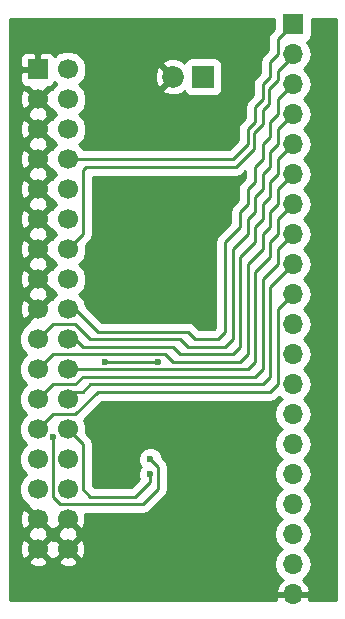
<source format=gbr>
G04 #@! TF.FileFunction,Copper,L2,Bot,Signal*
%FSLAX46Y46*%
G04 Gerber Fmt 4.6, Leading zero omitted, Abs format (unit mm)*
G04 Created by KiCad (PCBNEW 4.0.7) date 05/03/18 17:21:10*
%MOMM*%
%LPD*%
G01*
G04 APERTURE LIST*
%ADD10C,0.100000*%
%ADD11R,1.700000X1.700000*%
%ADD12O,1.700000X1.700000*%
%ADD13C,1.700000*%
%ADD14R,1.850000X1.850000*%
%ADD15C,1.850000*%
%ADD16C,0.600000*%
%ADD17C,0.500000*%
%ADD18C,0.250000*%
%ADD19C,0.254000*%
G04 APERTURE END LIST*
D10*
D11*
X124460000Y-79375000D03*
D12*
X124460000Y-81915000D03*
X124460000Y-84455000D03*
X124460000Y-86995000D03*
X124460000Y-89535000D03*
X124460000Y-92075000D03*
X124460000Y-94615000D03*
X124460000Y-97155000D03*
X124460000Y-99695000D03*
X124460000Y-102235000D03*
X124460000Y-104775000D03*
X124460000Y-107315000D03*
X124460000Y-109855000D03*
X124460000Y-112395000D03*
X124460000Y-114935000D03*
X124460000Y-117475000D03*
X124460000Y-120015000D03*
X124460000Y-122555000D03*
X124460000Y-125095000D03*
X124460000Y-127635000D03*
D11*
X102870000Y-83185000D03*
D13*
X105410000Y-83185000D03*
X102870000Y-85725000D03*
X105410000Y-85725000D03*
X102870000Y-88265000D03*
X105410000Y-88265000D03*
X102870000Y-90805000D03*
X105410000Y-90805000D03*
X102870000Y-93345000D03*
X105410000Y-93345000D03*
X102870000Y-95885000D03*
X105410000Y-95885000D03*
X102870000Y-98425000D03*
X105410000Y-98425000D03*
X102870000Y-100965000D03*
X105410000Y-100965000D03*
X102870000Y-103505000D03*
X105410000Y-103505000D03*
X102870000Y-106045000D03*
X105410000Y-106045000D03*
X102870000Y-108585000D03*
X105410000Y-108585000D03*
X102870000Y-111125000D03*
X105410000Y-111125000D03*
X102870000Y-113665000D03*
X105410000Y-113665000D03*
X102870000Y-116205000D03*
X105410000Y-116205000D03*
X102870000Y-118745000D03*
X105410000Y-118745000D03*
X102870000Y-121285000D03*
X105410000Y-121285000D03*
X102870000Y-123825000D03*
X105410000Y-123825000D03*
D14*
X116840000Y-83820000D03*
D15*
X114340000Y-83820000D03*
D16*
X118110000Y-121285000D03*
X121285000Y-121285000D03*
X114300000Y-104140000D03*
X104140000Y-114300000D03*
X112395000Y-116205000D03*
X113030000Y-107950000D03*
X108585000Y-107950000D03*
X112395000Y-117475000D03*
D17*
X118110000Y-121285000D02*
X121285000Y-121285000D01*
D18*
X121285000Y-86360000D02*
X121920000Y-85725000D01*
X123190000Y-81915000D02*
X123190000Y-80645000D01*
X122555000Y-82550000D02*
X123190000Y-81915000D01*
X122555000Y-83820000D02*
X122555000Y-82550000D01*
X121920000Y-84455000D02*
X122555000Y-83820000D01*
X121920000Y-85725000D02*
X121920000Y-84455000D01*
X118110000Y-90805000D02*
X119380000Y-90805000D01*
X121285000Y-87630000D02*
X121285000Y-86360000D01*
X120650000Y-88265000D02*
X121285000Y-87630000D01*
X120650000Y-89535000D02*
X120650000Y-88265000D01*
X119380000Y-90805000D02*
X120650000Y-89535000D01*
X105410000Y-90805000D02*
X118110000Y-90805000D01*
X123190000Y-80645000D02*
X124460000Y-79375000D01*
X124460000Y-81915000D02*
X124460000Y-82042000D01*
X124460000Y-82042000D02*
X123190000Y-83312000D01*
X123190000Y-83312000D02*
X123190000Y-84074000D01*
X123190000Y-84074000D02*
X122428000Y-84836000D01*
X122428000Y-84836000D02*
X122428000Y-86106000D01*
X122428000Y-86106000D02*
X121920000Y-86614000D01*
X121920000Y-86614000D02*
X121920000Y-87826002D01*
X121920000Y-87826002D02*
X121158000Y-88588002D01*
X121158000Y-88588002D02*
X121158000Y-89916000D01*
X121158000Y-89916000D02*
X119634000Y-91440000D01*
X119634000Y-91440000D02*
X106934000Y-91440000D01*
X106934000Y-91440000D02*
X106680000Y-91694000D01*
X106680000Y-91694000D02*
X106680000Y-97155000D01*
X106680000Y-97155000D02*
X105410000Y-98425000D01*
X115570000Y-105410000D02*
X116205000Y-106045000D01*
X118745000Y-105410000D02*
X118745000Y-104775000D01*
X118110000Y-106045000D02*
X118745000Y-105410000D01*
X116205000Y-106045000D02*
X118110000Y-106045000D01*
X120650000Y-93345000D02*
X121285000Y-92710000D01*
X118745000Y-99060000D02*
X118745000Y-97790000D01*
X123190000Y-85725000D02*
X124460000Y-84455000D01*
X118745000Y-102870000D02*
X118745000Y-99060000D01*
X118745000Y-104140000D02*
X118745000Y-102870000D01*
X118745000Y-104775000D02*
X118745000Y-104140000D01*
X121920000Y-90805000D02*
X121920000Y-89535000D01*
X121920000Y-89535000D02*
X122555000Y-88900000D01*
X122555000Y-88900000D02*
X122555000Y-87630000D01*
X121285000Y-91440000D02*
X121920000Y-90805000D01*
X123190000Y-86995000D02*
X123190000Y-85725000D01*
X122555000Y-87630000D02*
X123190000Y-86995000D01*
X120015000Y-96520000D02*
X120015000Y-95250000D01*
X120015000Y-95250000D02*
X120650000Y-94615000D01*
X120650000Y-94615000D02*
X120650000Y-93345000D01*
X118745000Y-97790000D02*
X120015000Y-96520000D01*
X121285000Y-92710000D02*
X121285000Y-91440000D01*
X105410000Y-103505000D02*
X106045000Y-103505000D01*
X106045000Y-103505000D02*
X107950000Y-105410000D01*
X107950000Y-105410000D02*
X115570000Y-105410000D01*
X114935000Y-106045000D02*
X115570000Y-106680000D01*
X119380000Y-106045000D02*
X119380000Y-105410000D01*
X118745000Y-106680000D02*
X119380000Y-106045000D01*
X115570000Y-106680000D02*
X118745000Y-106680000D01*
X121285000Y-93980000D02*
X121920000Y-93345000D01*
X119380000Y-104140000D02*
X119380000Y-100965000D01*
X119380000Y-100965000D02*
X119380000Y-98425000D01*
X123190000Y-88265000D02*
X124460000Y-86995000D01*
X119380000Y-104775000D02*
X119380000Y-104140000D01*
X119380000Y-105410000D02*
X119380000Y-104775000D01*
X122555000Y-91440000D02*
X122555000Y-90170000D01*
X122555000Y-90170000D02*
X123190000Y-89535000D01*
X123190000Y-89535000D02*
X123190000Y-88265000D01*
X121920000Y-92075000D02*
X122555000Y-91440000D01*
X120650000Y-97155000D02*
X120650000Y-95885000D01*
X120650000Y-95885000D02*
X121285000Y-95250000D01*
X121285000Y-95250000D02*
X121285000Y-93980000D01*
X119380000Y-98425000D02*
X120650000Y-97155000D01*
X121920000Y-93345000D02*
X121920000Y-92075000D01*
X106045000Y-104775000D02*
X107315000Y-106045000D01*
X107315000Y-106045000D02*
X114935000Y-106045000D01*
X102870000Y-106045000D02*
X104140000Y-104775000D01*
X104140000Y-104775000D02*
X106045000Y-104775000D01*
X114300000Y-106680000D02*
X114935000Y-107315000D01*
X120015000Y-106680000D02*
X120015000Y-106045000D01*
X119380000Y-107315000D02*
X120015000Y-106680000D01*
X114935000Y-107315000D02*
X119380000Y-107315000D01*
X121920000Y-94615000D02*
X122555000Y-93980000D01*
X122555000Y-93980000D02*
X122555000Y-92710000D01*
X120015000Y-99060000D02*
X121285000Y-97790000D01*
X121920000Y-95885000D02*
X121920000Y-94615000D01*
X121285000Y-96520000D02*
X121920000Y-95885000D01*
X121285000Y-97790000D02*
X121285000Y-96520000D01*
X122555000Y-92710000D02*
X123190000Y-92075000D01*
X123190000Y-92075000D02*
X123190000Y-90805000D01*
X120015000Y-106045000D02*
X120015000Y-105410000D01*
X123190000Y-90805000D02*
X124460000Y-89535000D01*
X120015000Y-105410000D02*
X120015000Y-99060000D01*
X105410000Y-106045000D02*
X106045000Y-106045000D01*
X106045000Y-106045000D02*
X106680000Y-106680000D01*
X106680000Y-106680000D02*
X114300000Y-106680000D01*
X113665000Y-107315000D02*
X114300000Y-107950000D01*
X120650000Y-107315000D02*
X120650000Y-106680000D01*
X120015000Y-107950000D02*
X120650000Y-107315000D01*
X114300000Y-107950000D02*
X120015000Y-107950000D01*
X122555000Y-95250000D02*
X123190000Y-94615000D01*
X123190000Y-94615000D02*
X123190000Y-93345000D01*
X120650000Y-99695000D02*
X121920000Y-98425000D01*
X122555000Y-96520000D02*
X122555000Y-95250000D01*
X121920000Y-97155000D02*
X122555000Y-96520000D01*
X121920000Y-98425000D02*
X121920000Y-97155000D01*
X102870000Y-108585000D02*
X104140000Y-107315000D01*
X123190000Y-93345000D02*
X124460000Y-92075000D01*
X120650000Y-106680000D02*
X120650000Y-99695000D01*
X104140000Y-107315000D02*
X113665000Y-107315000D01*
X121285000Y-100330000D02*
X122555000Y-99060000D01*
X123190000Y-97155000D02*
X123190000Y-95885000D01*
X122555000Y-97790000D02*
X123190000Y-97155000D01*
X122555000Y-99060000D02*
X122555000Y-97790000D01*
X120015000Y-108585000D02*
X120650000Y-108585000D01*
X121285000Y-107950000D02*
X121285000Y-107315000D01*
X120650000Y-108585000D02*
X121285000Y-107950000D01*
X105410000Y-108585000D02*
X120015000Y-108585000D01*
X123190000Y-95885000D02*
X124460000Y-94615000D01*
X121285000Y-107315000D02*
X121285000Y-100330000D01*
X121920000Y-100965000D02*
X123190000Y-99695000D01*
X123190000Y-99695000D02*
X123190000Y-98425000D01*
X106045000Y-109855000D02*
X106680000Y-109220000D01*
X106680000Y-109220000D02*
X121285000Y-109220000D01*
X102870000Y-111125000D02*
X104140000Y-109855000D01*
X123190000Y-98425000D02*
X124460000Y-97155000D01*
X121920000Y-108585000D02*
X121920000Y-100965000D01*
X121285000Y-109220000D02*
X121920000Y-108585000D01*
X104140000Y-109855000D02*
X106045000Y-109855000D01*
X105410000Y-111125000D02*
X106045000Y-110490000D01*
X107315000Y-109855000D02*
X121920000Y-109855000D01*
X106680000Y-110490000D02*
X107315000Y-109855000D01*
X106045000Y-110490000D02*
X106680000Y-110490000D01*
X122555000Y-101600000D02*
X124460000Y-99695000D01*
X122555000Y-109220000D02*
X122555000Y-101600000D01*
X121920000Y-109855000D02*
X122555000Y-109220000D01*
X106045000Y-112395000D02*
X107950000Y-110490000D01*
X122555000Y-110490000D02*
X123190000Y-109855000D01*
X107950000Y-110490000D02*
X122555000Y-110490000D01*
X102870000Y-113665000D02*
X104140000Y-112395000D01*
X123190000Y-103505000D02*
X124460000Y-102235000D01*
X123190000Y-109855000D02*
X123190000Y-103505000D01*
X104140000Y-112395000D02*
X106045000Y-112395000D01*
X104140000Y-119380000D02*
X104140000Y-114300000D01*
X104775000Y-120015000D02*
X104140000Y-119380000D01*
X111760000Y-120015000D02*
X104775000Y-120015000D01*
X113030000Y-118745000D02*
X111760000Y-120015000D01*
X113030000Y-116840000D02*
X113030000Y-118745000D01*
X112395000Y-116205000D02*
X113030000Y-116840000D01*
X108585000Y-107950000D02*
X113030000Y-107950000D01*
X105410000Y-113665000D02*
X106680000Y-114935000D01*
X112395000Y-118110000D02*
X112395000Y-117475000D01*
X111125000Y-119380000D02*
X112395000Y-118110000D01*
X107315000Y-119380000D02*
X111125000Y-119380000D01*
X106680000Y-118745000D02*
X107315000Y-119380000D01*
X106680000Y-114935000D02*
X106680000Y-118745000D01*
D19*
G36*
X122868758Y-79761332D02*
X122587545Y-80042545D01*
X122402855Y-80318954D01*
X122338000Y-80645000D01*
X122338000Y-81562090D01*
X121952545Y-81947545D01*
X121767855Y-82223954D01*
X121703000Y-82550000D01*
X121703000Y-83467090D01*
X121317545Y-83852545D01*
X121132855Y-84128954D01*
X121068000Y-84455000D01*
X121068000Y-85372090D01*
X120682545Y-85757545D01*
X120497855Y-86033954D01*
X120433000Y-86360000D01*
X120433000Y-87277090D01*
X120047545Y-87662545D01*
X119862855Y-87938954D01*
X119798000Y-88265000D01*
X119798000Y-89182090D01*
X119027090Y-89953000D01*
X106764277Y-89953000D01*
X106747695Y-89912868D01*
X106370216Y-89534730D01*
X106746136Y-89159465D01*
X106986725Y-88580061D01*
X106987273Y-87952692D01*
X106747695Y-87372868D01*
X106370216Y-86994730D01*
X106746136Y-86619465D01*
X106986725Y-86040061D01*
X106987273Y-85412692D01*
X106747695Y-84832868D01*
X106370216Y-84454730D01*
X106746136Y-84079465D01*
X106956285Y-83573368D01*
X112768675Y-83573368D01*
X112793903Y-84193461D01*
X112982668Y-84649179D01*
X113241744Y-84738651D01*
X114160395Y-83820000D01*
X113241744Y-82901349D01*
X112982668Y-82990821D01*
X112768675Y-83573368D01*
X106956285Y-83573368D01*
X106986725Y-83500061D01*
X106987273Y-82872692D01*
X106924903Y-82721744D01*
X113421349Y-82721744D01*
X114340000Y-83640395D01*
X114354143Y-83626253D01*
X114533748Y-83805858D01*
X114519605Y-83820000D01*
X114533748Y-83834143D01*
X114354143Y-84013748D01*
X114340000Y-83999605D01*
X113421349Y-84918256D01*
X113510821Y-85177332D01*
X114093368Y-85391325D01*
X114713461Y-85366097D01*
X115169179Y-85177332D01*
X115225097Y-85015414D01*
X115383672Y-85261846D01*
X115626615Y-85427843D01*
X115915000Y-85486242D01*
X117765000Y-85486242D01*
X118034410Y-85435549D01*
X118281846Y-85276328D01*
X118447843Y-85033385D01*
X118506242Y-84745000D01*
X118506242Y-82895000D01*
X118455549Y-82625590D01*
X118296328Y-82378154D01*
X118053385Y-82212157D01*
X117765000Y-82153758D01*
X115915000Y-82153758D01*
X115645590Y-82204451D01*
X115398154Y-82363672D01*
X115232157Y-82606615D01*
X115227254Y-82630829D01*
X115169179Y-82462668D01*
X114586632Y-82248675D01*
X113966539Y-82273903D01*
X113510821Y-82462668D01*
X113421349Y-82721744D01*
X106924903Y-82721744D01*
X106747695Y-82292868D01*
X106304465Y-81848864D01*
X105725061Y-81608275D01*
X105097692Y-81607727D01*
X104517868Y-81847305D01*
X104296742Y-82068045D01*
X104258327Y-81975302D01*
X104079699Y-81796673D01*
X103846310Y-81700000D01*
X103155750Y-81700000D01*
X102997000Y-81858750D01*
X102997000Y-83058000D01*
X103017000Y-83058000D01*
X103017000Y-83312000D01*
X102997000Y-83312000D01*
X102997000Y-83332000D01*
X102743000Y-83332000D01*
X102743000Y-83312000D01*
X101543750Y-83312000D01*
X101385000Y-83470750D01*
X101385000Y-84161309D01*
X101481673Y-84394698D01*
X101660301Y-84573327D01*
X101893690Y-84670000D01*
X102009174Y-84670000D01*
X102005647Y-84681042D01*
X102870000Y-85545395D01*
X103734353Y-84681042D01*
X103730826Y-84670000D01*
X103846310Y-84670000D01*
X104079699Y-84573327D01*
X104258327Y-84394698D01*
X104296741Y-84301960D01*
X104449784Y-84455270D01*
X104073864Y-84830535D01*
X104044099Y-84902218D01*
X103913958Y-84860647D01*
X103049605Y-85725000D01*
X103913958Y-86589353D01*
X104043703Y-86547909D01*
X104072305Y-86617132D01*
X104449784Y-86995270D01*
X104073864Y-87370535D01*
X104044099Y-87442218D01*
X103913958Y-87400647D01*
X103049605Y-88265000D01*
X103913958Y-89129353D01*
X104043703Y-89087909D01*
X104072305Y-89157132D01*
X104449784Y-89535270D01*
X104073864Y-89910535D01*
X104044099Y-89982218D01*
X103913958Y-89940647D01*
X103049605Y-90805000D01*
X103913958Y-91669353D01*
X104043703Y-91627909D01*
X104072305Y-91697132D01*
X104449784Y-92075270D01*
X104073864Y-92450535D01*
X104044099Y-92522218D01*
X103913958Y-92480647D01*
X103049605Y-93345000D01*
X103913958Y-94209353D01*
X104043703Y-94167909D01*
X104072305Y-94237132D01*
X104449784Y-94615270D01*
X104073864Y-94990535D01*
X104044099Y-95062218D01*
X103913958Y-95020647D01*
X103049605Y-95885000D01*
X103913958Y-96749353D01*
X104043703Y-96707909D01*
X104072305Y-96777132D01*
X104449784Y-97155270D01*
X104073864Y-97530535D01*
X104044099Y-97602218D01*
X103913958Y-97560647D01*
X103049605Y-98425000D01*
X103913958Y-99289353D01*
X104043703Y-99247909D01*
X104072305Y-99317132D01*
X104449784Y-99695270D01*
X104073864Y-100070535D01*
X104044099Y-100142218D01*
X103913958Y-100100647D01*
X103049605Y-100965000D01*
X103913958Y-101829353D01*
X104043703Y-101787909D01*
X104072305Y-101857132D01*
X104449784Y-102235270D01*
X104073864Y-102610535D01*
X104044099Y-102682218D01*
X103913958Y-102640647D01*
X103049605Y-103505000D01*
X103063748Y-103519143D01*
X102884143Y-103698748D01*
X102870000Y-103684605D01*
X102005647Y-104548958D01*
X102047091Y-104678703D01*
X101977868Y-104707305D01*
X101533864Y-105150535D01*
X101293275Y-105729939D01*
X101292727Y-106357308D01*
X101532305Y-106937132D01*
X101909784Y-107315270D01*
X101533864Y-107690535D01*
X101293275Y-108269939D01*
X101292727Y-108897308D01*
X101532305Y-109477132D01*
X101909784Y-109855270D01*
X101533864Y-110230535D01*
X101293275Y-110809939D01*
X101292727Y-111437308D01*
X101532305Y-112017132D01*
X101909784Y-112395270D01*
X101533864Y-112770535D01*
X101293275Y-113349939D01*
X101292727Y-113977308D01*
X101532305Y-114557132D01*
X101909784Y-114935270D01*
X101533864Y-115310535D01*
X101293275Y-115889939D01*
X101292727Y-116517308D01*
X101532305Y-117097132D01*
X101909784Y-117475270D01*
X101533864Y-117850535D01*
X101293275Y-118429939D01*
X101292727Y-119057308D01*
X101532305Y-119637132D01*
X101975535Y-120081136D01*
X102047218Y-120110901D01*
X102005647Y-120241042D01*
X102870000Y-121105395D01*
X102884143Y-121091253D01*
X103063748Y-121270858D01*
X103049605Y-121285000D01*
X103913958Y-122149353D01*
X104140000Y-122077148D01*
X104366042Y-122149353D01*
X105230395Y-121285000D01*
X105216253Y-121270858D01*
X105395858Y-121091253D01*
X105410000Y-121105395D01*
X105424143Y-121091253D01*
X105603748Y-121270858D01*
X105589605Y-121285000D01*
X106453958Y-122149353D01*
X106705259Y-122069080D01*
X106906718Y-121513721D01*
X106880315Y-120923542D01*
X106856895Y-120867000D01*
X111760000Y-120867000D01*
X112086046Y-120802145D01*
X112362455Y-120617455D01*
X113632455Y-119347455D01*
X113817145Y-119071046D01*
X113882000Y-118745000D01*
X113882000Y-116840000D01*
X113817145Y-116513954D01*
X113632455Y-116237545D01*
X113422156Y-116027246D01*
X113422178Y-116001613D01*
X113266156Y-115624011D01*
X112977508Y-115334860D01*
X112600179Y-115178179D01*
X112191613Y-115177822D01*
X111814011Y-115333844D01*
X111524860Y-115622492D01*
X111368179Y-115999821D01*
X111367822Y-116408387D01*
X111523844Y-116785989D01*
X111577603Y-116839841D01*
X111524860Y-116892492D01*
X111368179Y-117269821D01*
X111367822Y-117678387D01*
X111442052Y-117858038D01*
X110772090Y-118528000D01*
X107667910Y-118528000D01*
X107532000Y-118392090D01*
X107532000Y-114935000D01*
X107467145Y-114608954D01*
X107282455Y-114332545D01*
X106970073Y-114020163D01*
X106986725Y-113980061D01*
X106987273Y-113352692D01*
X106784052Y-112860858D01*
X108302910Y-111342000D01*
X122555000Y-111342000D01*
X122881046Y-111277145D01*
X123157455Y-111092455D01*
X123300301Y-110949609D01*
X123313998Y-110970107D01*
X123545811Y-111125000D01*
X123313998Y-111279893D01*
X122972147Y-111791508D01*
X122852105Y-112395000D01*
X122972147Y-112998492D01*
X123313998Y-113510107D01*
X123545811Y-113665000D01*
X123313998Y-113819893D01*
X122972147Y-114331508D01*
X122852105Y-114935000D01*
X122972147Y-115538492D01*
X123313998Y-116050107D01*
X123545811Y-116205000D01*
X123313998Y-116359893D01*
X122972147Y-116871508D01*
X122852105Y-117475000D01*
X122972147Y-118078492D01*
X123313998Y-118590107D01*
X123545811Y-118745000D01*
X123313998Y-118899893D01*
X122972147Y-119411508D01*
X122852105Y-120015000D01*
X122972147Y-120618492D01*
X123313998Y-121130107D01*
X123545811Y-121285000D01*
X123313998Y-121439893D01*
X122972147Y-121951508D01*
X122852105Y-122555000D01*
X122972147Y-123158492D01*
X123313998Y-123670107D01*
X123545811Y-123825000D01*
X123313998Y-123979893D01*
X122972147Y-124491508D01*
X122852105Y-125095000D01*
X122972147Y-125698492D01*
X123313998Y-126210107D01*
X123625118Y-126417991D01*
X123578642Y-126439817D01*
X123188355Y-126868076D01*
X123018524Y-127278110D01*
X123139845Y-127508000D01*
X124333000Y-127508000D01*
X124333000Y-127488000D01*
X124587000Y-127488000D01*
X124587000Y-127508000D01*
X125780155Y-127508000D01*
X125901476Y-127278110D01*
X125731645Y-126868076D01*
X125341358Y-126439817D01*
X125294882Y-126417991D01*
X125606002Y-126210107D01*
X125947853Y-125698492D01*
X126067895Y-125095000D01*
X125947853Y-124491508D01*
X125606002Y-123979893D01*
X125374189Y-123825000D01*
X125606002Y-123670107D01*
X125947853Y-123158492D01*
X126067895Y-122555000D01*
X125947853Y-121951508D01*
X125606002Y-121439893D01*
X125374189Y-121285000D01*
X125606002Y-121130107D01*
X125947853Y-120618492D01*
X126067895Y-120015000D01*
X125947853Y-119411508D01*
X125606002Y-118899893D01*
X125374189Y-118745000D01*
X125606002Y-118590107D01*
X125947853Y-118078492D01*
X126067895Y-117475000D01*
X125947853Y-116871508D01*
X125606002Y-116359893D01*
X125374189Y-116205000D01*
X125606002Y-116050107D01*
X125947853Y-115538492D01*
X126067895Y-114935000D01*
X125947853Y-114331508D01*
X125606002Y-113819893D01*
X125374189Y-113665000D01*
X125606002Y-113510107D01*
X125947853Y-112998492D01*
X126067895Y-112395000D01*
X125947853Y-111791508D01*
X125606002Y-111279893D01*
X125374189Y-111125000D01*
X125606002Y-110970107D01*
X125947853Y-110458492D01*
X126067895Y-109855000D01*
X125947853Y-109251508D01*
X125606002Y-108739893D01*
X125374189Y-108585000D01*
X125606002Y-108430107D01*
X125947853Y-107918492D01*
X126067895Y-107315000D01*
X125947853Y-106711508D01*
X125606002Y-106199893D01*
X125374189Y-106045000D01*
X125606002Y-105890107D01*
X125947853Y-105378492D01*
X126067895Y-104775000D01*
X125947853Y-104171508D01*
X125606002Y-103659893D01*
X125374189Y-103505000D01*
X125606002Y-103350107D01*
X125947853Y-102838492D01*
X126067895Y-102235000D01*
X125947853Y-101631508D01*
X125606002Y-101119893D01*
X125374189Y-100965000D01*
X125606002Y-100810107D01*
X125947853Y-100298492D01*
X126067895Y-99695000D01*
X125947853Y-99091508D01*
X125606002Y-98579893D01*
X125374189Y-98425000D01*
X125606002Y-98270107D01*
X125947853Y-97758492D01*
X126067895Y-97155000D01*
X125947853Y-96551508D01*
X125606002Y-96039893D01*
X125374189Y-95885000D01*
X125606002Y-95730107D01*
X125947853Y-95218492D01*
X126067895Y-94615000D01*
X125947853Y-94011508D01*
X125606002Y-93499893D01*
X125374189Y-93345000D01*
X125606002Y-93190107D01*
X125947853Y-92678492D01*
X126067895Y-92075000D01*
X125947853Y-91471508D01*
X125606002Y-90959893D01*
X125374189Y-90805000D01*
X125606002Y-90650107D01*
X125947853Y-90138492D01*
X126067895Y-89535000D01*
X125947853Y-88931508D01*
X125606002Y-88419893D01*
X125374189Y-88265000D01*
X125606002Y-88110107D01*
X125947853Y-87598492D01*
X126067895Y-86995000D01*
X125947853Y-86391508D01*
X125606002Y-85879893D01*
X125374189Y-85725000D01*
X125606002Y-85570107D01*
X125947853Y-85058492D01*
X126067895Y-84455000D01*
X125947853Y-83851508D01*
X125606002Y-83339893D01*
X125374189Y-83185000D01*
X125606002Y-83030107D01*
X125947853Y-82518492D01*
X126067895Y-81915000D01*
X125947853Y-81311508D01*
X125652049Y-80868807D01*
X125826846Y-80756328D01*
X125992843Y-80513385D01*
X126051242Y-80225000D01*
X126051242Y-78907000D01*
X128103000Y-78907000D01*
X128103000Y-128103000D01*
X125855456Y-128103000D01*
X125901476Y-127991890D01*
X125780155Y-127762000D01*
X124587000Y-127762000D01*
X124587000Y-127782000D01*
X124333000Y-127782000D01*
X124333000Y-127762000D01*
X123139845Y-127762000D01*
X123018524Y-127991890D01*
X123064544Y-128103000D01*
X100497000Y-128103000D01*
X100497000Y-124868958D01*
X102005647Y-124868958D01*
X102085920Y-125120259D01*
X102641279Y-125321718D01*
X103231458Y-125295315D01*
X103654080Y-125120259D01*
X103734353Y-124868958D01*
X104545647Y-124868958D01*
X104625920Y-125120259D01*
X105181279Y-125321718D01*
X105771458Y-125295315D01*
X106194080Y-125120259D01*
X106274353Y-124868958D01*
X105410000Y-124004605D01*
X104545647Y-124868958D01*
X103734353Y-124868958D01*
X102870000Y-124004605D01*
X102005647Y-124868958D01*
X100497000Y-124868958D01*
X100497000Y-123596279D01*
X101373282Y-123596279D01*
X101399685Y-124186458D01*
X101574741Y-124609080D01*
X101826042Y-124689353D01*
X102690395Y-123825000D01*
X103049605Y-123825000D01*
X103913958Y-124689353D01*
X104140000Y-124617148D01*
X104366042Y-124689353D01*
X105230395Y-123825000D01*
X105589605Y-123825000D01*
X106453958Y-124689353D01*
X106705259Y-124609080D01*
X106906718Y-124053721D01*
X106880315Y-123463542D01*
X106705259Y-123040920D01*
X106453958Y-122960647D01*
X105589605Y-123825000D01*
X105230395Y-123825000D01*
X104366042Y-122960647D01*
X104140000Y-123032852D01*
X103913958Y-122960647D01*
X103049605Y-123825000D01*
X102690395Y-123825000D01*
X101826042Y-122960647D01*
X101574741Y-123040920D01*
X101373282Y-123596279D01*
X100497000Y-123596279D01*
X100497000Y-122328958D01*
X102005647Y-122328958D01*
X102077852Y-122555000D01*
X102005647Y-122781042D01*
X102870000Y-123645395D01*
X103734353Y-122781042D01*
X103662148Y-122555000D01*
X103734353Y-122328958D01*
X104545647Y-122328958D01*
X104617852Y-122555000D01*
X104545647Y-122781042D01*
X105410000Y-123645395D01*
X106274353Y-122781042D01*
X106202148Y-122555000D01*
X106274353Y-122328958D01*
X105410000Y-121464605D01*
X104545647Y-122328958D01*
X103734353Y-122328958D01*
X102870000Y-121464605D01*
X102005647Y-122328958D01*
X100497000Y-122328958D01*
X100497000Y-121056279D01*
X101373282Y-121056279D01*
X101399685Y-121646458D01*
X101574741Y-122069080D01*
X101826042Y-122149353D01*
X102690395Y-121285000D01*
X101826042Y-120420647D01*
X101574741Y-120500920D01*
X101373282Y-121056279D01*
X100497000Y-121056279D01*
X100497000Y-103276279D01*
X101373282Y-103276279D01*
X101399685Y-103866458D01*
X101574741Y-104289080D01*
X101826042Y-104369353D01*
X102690395Y-103505000D01*
X101826042Y-102640647D01*
X101574741Y-102720920D01*
X101373282Y-103276279D01*
X100497000Y-103276279D01*
X100497000Y-102008958D01*
X102005647Y-102008958D01*
X102077852Y-102235000D01*
X102005647Y-102461042D01*
X102870000Y-103325395D01*
X103734353Y-102461042D01*
X103662148Y-102235000D01*
X103734353Y-102008958D01*
X102870000Y-101144605D01*
X102005647Y-102008958D01*
X100497000Y-102008958D01*
X100497000Y-100736279D01*
X101373282Y-100736279D01*
X101399685Y-101326458D01*
X101574741Y-101749080D01*
X101826042Y-101829353D01*
X102690395Y-100965000D01*
X101826042Y-100100647D01*
X101574741Y-100180920D01*
X101373282Y-100736279D01*
X100497000Y-100736279D01*
X100497000Y-99468958D01*
X102005647Y-99468958D01*
X102077852Y-99695000D01*
X102005647Y-99921042D01*
X102870000Y-100785395D01*
X103734353Y-99921042D01*
X103662148Y-99695000D01*
X103734353Y-99468958D01*
X102870000Y-98604605D01*
X102005647Y-99468958D01*
X100497000Y-99468958D01*
X100497000Y-98196279D01*
X101373282Y-98196279D01*
X101399685Y-98786458D01*
X101574741Y-99209080D01*
X101826042Y-99289353D01*
X102690395Y-98425000D01*
X101826042Y-97560647D01*
X101574741Y-97640920D01*
X101373282Y-98196279D01*
X100497000Y-98196279D01*
X100497000Y-96928958D01*
X102005647Y-96928958D01*
X102077852Y-97155000D01*
X102005647Y-97381042D01*
X102870000Y-98245395D01*
X103734353Y-97381042D01*
X103662148Y-97155000D01*
X103734353Y-96928958D01*
X102870000Y-96064605D01*
X102005647Y-96928958D01*
X100497000Y-96928958D01*
X100497000Y-95656279D01*
X101373282Y-95656279D01*
X101399685Y-96246458D01*
X101574741Y-96669080D01*
X101826042Y-96749353D01*
X102690395Y-95885000D01*
X101826042Y-95020647D01*
X101574741Y-95100920D01*
X101373282Y-95656279D01*
X100497000Y-95656279D01*
X100497000Y-94388958D01*
X102005647Y-94388958D01*
X102077852Y-94615000D01*
X102005647Y-94841042D01*
X102870000Y-95705395D01*
X103734353Y-94841042D01*
X103662148Y-94615000D01*
X103734353Y-94388958D01*
X102870000Y-93524605D01*
X102005647Y-94388958D01*
X100497000Y-94388958D01*
X100497000Y-93116279D01*
X101373282Y-93116279D01*
X101399685Y-93706458D01*
X101574741Y-94129080D01*
X101826042Y-94209353D01*
X102690395Y-93345000D01*
X101826042Y-92480647D01*
X101574741Y-92560920D01*
X101373282Y-93116279D01*
X100497000Y-93116279D01*
X100497000Y-91848958D01*
X102005647Y-91848958D01*
X102077852Y-92075000D01*
X102005647Y-92301042D01*
X102870000Y-93165395D01*
X103734353Y-92301042D01*
X103662148Y-92075000D01*
X103734353Y-91848958D01*
X102870000Y-90984605D01*
X102005647Y-91848958D01*
X100497000Y-91848958D01*
X100497000Y-90576279D01*
X101373282Y-90576279D01*
X101399685Y-91166458D01*
X101574741Y-91589080D01*
X101826042Y-91669353D01*
X102690395Y-90805000D01*
X101826042Y-89940647D01*
X101574741Y-90020920D01*
X101373282Y-90576279D01*
X100497000Y-90576279D01*
X100497000Y-89308958D01*
X102005647Y-89308958D01*
X102077852Y-89535000D01*
X102005647Y-89761042D01*
X102870000Y-90625395D01*
X103734353Y-89761042D01*
X103662148Y-89535000D01*
X103734353Y-89308958D01*
X102870000Y-88444605D01*
X102005647Y-89308958D01*
X100497000Y-89308958D01*
X100497000Y-88036279D01*
X101373282Y-88036279D01*
X101399685Y-88626458D01*
X101574741Y-89049080D01*
X101826042Y-89129353D01*
X102690395Y-88265000D01*
X101826042Y-87400647D01*
X101574741Y-87480920D01*
X101373282Y-88036279D01*
X100497000Y-88036279D01*
X100497000Y-86768958D01*
X102005647Y-86768958D01*
X102077852Y-86995000D01*
X102005647Y-87221042D01*
X102870000Y-88085395D01*
X103734353Y-87221042D01*
X103662148Y-86995000D01*
X103734353Y-86768958D01*
X102870000Y-85904605D01*
X102005647Y-86768958D01*
X100497000Y-86768958D01*
X100497000Y-85496279D01*
X101373282Y-85496279D01*
X101399685Y-86086458D01*
X101574741Y-86509080D01*
X101826042Y-86589353D01*
X102690395Y-85725000D01*
X101826042Y-84860647D01*
X101574741Y-84940920D01*
X101373282Y-85496279D01*
X100497000Y-85496279D01*
X100497000Y-82208691D01*
X101385000Y-82208691D01*
X101385000Y-82899250D01*
X101543750Y-83058000D01*
X102743000Y-83058000D01*
X102743000Y-81858750D01*
X102584250Y-81700000D01*
X101893690Y-81700000D01*
X101660301Y-81796673D01*
X101481673Y-81975302D01*
X101385000Y-82208691D01*
X100497000Y-82208691D01*
X100497000Y-78907000D01*
X122868758Y-78907000D01*
X122868758Y-79761332D01*
X122868758Y-79761332D01*
G37*
X122868758Y-79761332D02*
X122587545Y-80042545D01*
X122402855Y-80318954D01*
X122338000Y-80645000D01*
X122338000Y-81562090D01*
X121952545Y-81947545D01*
X121767855Y-82223954D01*
X121703000Y-82550000D01*
X121703000Y-83467090D01*
X121317545Y-83852545D01*
X121132855Y-84128954D01*
X121068000Y-84455000D01*
X121068000Y-85372090D01*
X120682545Y-85757545D01*
X120497855Y-86033954D01*
X120433000Y-86360000D01*
X120433000Y-87277090D01*
X120047545Y-87662545D01*
X119862855Y-87938954D01*
X119798000Y-88265000D01*
X119798000Y-89182090D01*
X119027090Y-89953000D01*
X106764277Y-89953000D01*
X106747695Y-89912868D01*
X106370216Y-89534730D01*
X106746136Y-89159465D01*
X106986725Y-88580061D01*
X106987273Y-87952692D01*
X106747695Y-87372868D01*
X106370216Y-86994730D01*
X106746136Y-86619465D01*
X106986725Y-86040061D01*
X106987273Y-85412692D01*
X106747695Y-84832868D01*
X106370216Y-84454730D01*
X106746136Y-84079465D01*
X106956285Y-83573368D01*
X112768675Y-83573368D01*
X112793903Y-84193461D01*
X112982668Y-84649179D01*
X113241744Y-84738651D01*
X114160395Y-83820000D01*
X113241744Y-82901349D01*
X112982668Y-82990821D01*
X112768675Y-83573368D01*
X106956285Y-83573368D01*
X106986725Y-83500061D01*
X106987273Y-82872692D01*
X106924903Y-82721744D01*
X113421349Y-82721744D01*
X114340000Y-83640395D01*
X114354143Y-83626253D01*
X114533748Y-83805858D01*
X114519605Y-83820000D01*
X114533748Y-83834143D01*
X114354143Y-84013748D01*
X114340000Y-83999605D01*
X113421349Y-84918256D01*
X113510821Y-85177332D01*
X114093368Y-85391325D01*
X114713461Y-85366097D01*
X115169179Y-85177332D01*
X115225097Y-85015414D01*
X115383672Y-85261846D01*
X115626615Y-85427843D01*
X115915000Y-85486242D01*
X117765000Y-85486242D01*
X118034410Y-85435549D01*
X118281846Y-85276328D01*
X118447843Y-85033385D01*
X118506242Y-84745000D01*
X118506242Y-82895000D01*
X118455549Y-82625590D01*
X118296328Y-82378154D01*
X118053385Y-82212157D01*
X117765000Y-82153758D01*
X115915000Y-82153758D01*
X115645590Y-82204451D01*
X115398154Y-82363672D01*
X115232157Y-82606615D01*
X115227254Y-82630829D01*
X115169179Y-82462668D01*
X114586632Y-82248675D01*
X113966539Y-82273903D01*
X113510821Y-82462668D01*
X113421349Y-82721744D01*
X106924903Y-82721744D01*
X106747695Y-82292868D01*
X106304465Y-81848864D01*
X105725061Y-81608275D01*
X105097692Y-81607727D01*
X104517868Y-81847305D01*
X104296742Y-82068045D01*
X104258327Y-81975302D01*
X104079699Y-81796673D01*
X103846310Y-81700000D01*
X103155750Y-81700000D01*
X102997000Y-81858750D01*
X102997000Y-83058000D01*
X103017000Y-83058000D01*
X103017000Y-83312000D01*
X102997000Y-83312000D01*
X102997000Y-83332000D01*
X102743000Y-83332000D01*
X102743000Y-83312000D01*
X101543750Y-83312000D01*
X101385000Y-83470750D01*
X101385000Y-84161309D01*
X101481673Y-84394698D01*
X101660301Y-84573327D01*
X101893690Y-84670000D01*
X102009174Y-84670000D01*
X102005647Y-84681042D01*
X102870000Y-85545395D01*
X103734353Y-84681042D01*
X103730826Y-84670000D01*
X103846310Y-84670000D01*
X104079699Y-84573327D01*
X104258327Y-84394698D01*
X104296741Y-84301960D01*
X104449784Y-84455270D01*
X104073864Y-84830535D01*
X104044099Y-84902218D01*
X103913958Y-84860647D01*
X103049605Y-85725000D01*
X103913958Y-86589353D01*
X104043703Y-86547909D01*
X104072305Y-86617132D01*
X104449784Y-86995270D01*
X104073864Y-87370535D01*
X104044099Y-87442218D01*
X103913958Y-87400647D01*
X103049605Y-88265000D01*
X103913958Y-89129353D01*
X104043703Y-89087909D01*
X104072305Y-89157132D01*
X104449784Y-89535270D01*
X104073864Y-89910535D01*
X104044099Y-89982218D01*
X103913958Y-89940647D01*
X103049605Y-90805000D01*
X103913958Y-91669353D01*
X104043703Y-91627909D01*
X104072305Y-91697132D01*
X104449784Y-92075270D01*
X104073864Y-92450535D01*
X104044099Y-92522218D01*
X103913958Y-92480647D01*
X103049605Y-93345000D01*
X103913958Y-94209353D01*
X104043703Y-94167909D01*
X104072305Y-94237132D01*
X104449784Y-94615270D01*
X104073864Y-94990535D01*
X104044099Y-95062218D01*
X103913958Y-95020647D01*
X103049605Y-95885000D01*
X103913958Y-96749353D01*
X104043703Y-96707909D01*
X104072305Y-96777132D01*
X104449784Y-97155270D01*
X104073864Y-97530535D01*
X104044099Y-97602218D01*
X103913958Y-97560647D01*
X103049605Y-98425000D01*
X103913958Y-99289353D01*
X104043703Y-99247909D01*
X104072305Y-99317132D01*
X104449784Y-99695270D01*
X104073864Y-100070535D01*
X104044099Y-100142218D01*
X103913958Y-100100647D01*
X103049605Y-100965000D01*
X103913958Y-101829353D01*
X104043703Y-101787909D01*
X104072305Y-101857132D01*
X104449784Y-102235270D01*
X104073864Y-102610535D01*
X104044099Y-102682218D01*
X103913958Y-102640647D01*
X103049605Y-103505000D01*
X103063748Y-103519143D01*
X102884143Y-103698748D01*
X102870000Y-103684605D01*
X102005647Y-104548958D01*
X102047091Y-104678703D01*
X101977868Y-104707305D01*
X101533864Y-105150535D01*
X101293275Y-105729939D01*
X101292727Y-106357308D01*
X101532305Y-106937132D01*
X101909784Y-107315270D01*
X101533864Y-107690535D01*
X101293275Y-108269939D01*
X101292727Y-108897308D01*
X101532305Y-109477132D01*
X101909784Y-109855270D01*
X101533864Y-110230535D01*
X101293275Y-110809939D01*
X101292727Y-111437308D01*
X101532305Y-112017132D01*
X101909784Y-112395270D01*
X101533864Y-112770535D01*
X101293275Y-113349939D01*
X101292727Y-113977308D01*
X101532305Y-114557132D01*
X101909784Y-114935270D01*
X101533864Y-115310535D01*
X101293275Y-115889939D01*
X101292727Y-116517308D01*
X101532305Y-117097132D01*
X101909784Y-117475270D01*
X101533864Y-117850535D01*
X101293275Y-118429939D01*
X101292727Y-119057308D01*
X101532305Y-119637132D01*
X101975535Y-120081136D01*
X102047218Y-120110901D01*
X102005647Y-120241042D01*
X102870000Y-121105395D01*
X102884143Y-121091253D01*
X103063748Y-121270858D01*
X103049605Y-121285000D01*
X103913958Y-122149353D01*
X104140000Y-122077148D01*
X104366042Y-122149353D01*
X105230395Y-121285000D01*
X105216253Y-121270858D01*
X105395858Y-121091253D01*
X105410000Y-121105395D01*
X105424143Y-121091253D01*
X105603748Y-121270858D01*
X105589605Y-121285000D01*
X106453958Y-122149353D01*
X106705259Y-122069080D01*
X106906718Y-121513721D01*
X106880315Y-120923542D01*
X106856895Y-120867000D01*
X111760000Y-120867000D01*
X112086046Y-120802145D01*
X112362455Y-120617455D01*
X113632455Y-119347455D01*
X113817145Y-119071046D01*
X113882000Y-118745000D01*
X113882000Y-116840000D01*
X113817145Y-116513954D01*
X113632455Y-116237545D01*
X113422156Y-116027246D01*
X113422178Y-116001613D01*
X113266156Y-115624011D01*
X112977508Y-115334860D01*
X112600179Y-115178179D01*
X112191613Y-115177822D01*
X111814011Y-115333844D01*
X111524860Y-115622492D01*
X111368179Y-115999821D01*
X111367822Y-116408387D01*
X111523844Y-116785989D01*
X111577603Y-116839841D01*
X111524860Y-116892492D01*
X111368179Y-117269821D01*
X111367822Y-117678387D01*
X111442052Y-117858038D01*
X110772090Y-118528000D01*
X107667910Y-118528000D01*
X107532000Y-118392090D01*
X107532000Y-114935000D01*
X107467145Y-114608954D01*
X107282455Y-114332545D01*
X106970073Y-114020163D01*
X106986725Y-113980061D01*
X106987273Y-113352692D01*
X106784052Y-112860858D01*
X108302910Y-111342000D01*
X122555000Y-111342000D01*
X122881046Y-111277145D01*
X123157455Y-111092455D01*
X123300301Y-110949609D01*
X123313998Y-110970107D01*
X123545811Y-111125000D01*
X123313998Y-111279893D01*
X122972147Y-111791508D01*
X122852105Y-112395000D01*
X122972147Y-112998492D01*
X123313998Y-113510107D01*
X123545811Y-113665000D01*
X123313998Y-113819893D01*
X122972147Y-114331508D01*
X122852105Y-114935000D01*
X122972147Y-115538492D01*
X123313998Y-116050107D01*
X123545811Y-116205000D01*
X123313998Y-116359893D01*
X122972147Y-116871508D01*
X122852105Y-117475000D01*
X122972147Y-118078492D01*
X123313998Y-118590107D01*
X123545811Y-118745000D01*
X123313998Y-118899893D01*
X122972147Y-119411508D01*
X122852105Y-120015000D01*
X122972147Y-120618492D01*
X123313998Y-121130107D01*
X123545811Y-121285000D01*
X123313998Y-121439893D01*
X122972147Y-121951508D01*
X122852105Y-122555000D01*
X122972147Y-123158492D01*
X123313998Y-123670107D01*
X123545811Y-123825000D01*
X123313998Y-123979893D01*
X122972147Y-124491508D01*
X122852105Y-125095000D01*
X122972147Y-125698492D01*
X123313998Y-126210107D01*
X123625118Y-126417991D01*
X123578642Y-126439817D01*
X123188355Y-126868076D01*
X123018524Y-127278110D01*
X123139845Y-127508000D01*
X124333000Y-127508000D01*
X124333000Y-127488000D01*
X124587000Y-127488000D01*
X124587000Y-127508000D01*
X125780155Y-127508000D01*
X125901476Y-127278110D01*
X125731645Y-126868076D01*
X125341358Y-126439817D01*
X125294882Y-126417991D01*
X125606002Y-126210107D01*
X125947853Y-125698492D01*
X126067895Y-125095000D01*
X125947853Y-124491508D01*
X125606002Y-123979893D01*
X125374189Y-123825000D01*
X125606002Y-123670107D01*
X125947853Y-123158492D01*
X126067895Y-122555000D01*
X125947853Y-121951508D01*
X125606002Y-121439893D01*
X125374189Y-121285000D01*
X125606002Y-121130107D01*
X125947853Y-120618492D01*
X126067895Y-120015000D01*
X125947853Y-119411508D01*
X125606002Y-118899893D01*
X125374189Y-118745000D01*
X125606002Y-118590107D01*
X125947853Y-118078492D01*
X126067895Y-117475000D01*
X125947853Y-116871508D01*
X125606002Y-116359893D01*
X125374189Y-116205000D01*
X125606002Y-116050107D01*
X125947853Y-115538492D01*
X126067895Y-114935000D01*
X125947853Y-114331508D01*
X125606002Y-113819893D01*
X125374189Y-113665000D01*
X125606002Y-113510107D01*
X125947853Y-112998492D01*
X126067895Y-112395000D01*
X125947853Y-111791508D01*
X125606002Y-111279893D01*
X125374189Y-111125000D01*
X125606002Y-110970107D01*
X125947853Y-110458492D01*
X126067895Y-109855000D01*
X125947853Y-109251508D01*
X125606002Y-108739893D01*
X125374189Y-108585000D01*
X125606002Y-108430107D01*
X125947853Y-107918492D01*
X126067895Y-107315000D01*
X125947853Y-106711508D01*
X125606002Y-106199893D01*
X125374189Y-106045000D01*
X125606002Y-105890107D01*
X125947853Y-105378492D01*
X126067895Y-104775000D01*
X125947853Y-104171508D01*
X125606002Y-103659893D01*
X125374189Y-103505000D01*
X125606002Y-103350107D01*
X125947853Y-102838492D01*
X126067895Y-102235000D01*
X125947853Y-101631508D01*
X125606002Y-101119893D01*
X125374189Y-100965000D01*
X125606002Y-100810107D01*
X125947853Y-100298492D01*
X126067895Y-99695000D01*
X125947853Y-99091508D01*
X125606002Y-98579893D01*
X125374189Y-98425000D01*
X125606002Y-98270107D01*
X125947853Y-97758492D01*
X126067895Y-97155000D01*
X125947853Y-96551508D01*
X125606002Y-96039893D01*
X125374189Y-95885000D01*
X125606002Y-95730107D01*
X125947853Y-95218492D01*
X126067895Y-94615000D01*
X125947853Y-94011508D01*
X125606002Y-93499893D01*
X125374189Y-93345000D01*
X125606002Y-93190107D01*
X125947853Y-92678492D01*
X126067895Y-92075000D01*
X125947853Y-91471508D01*
X125606002Y-90959893D01*
X125374189Y-90805000D01*
X125606002Y-90650107D01*
X125947853Y-90138492D01*
X126067895Y-89535000D01*
X125947853Y-88931508D01*
X125606002Y-88419893D01*
X125374189Y-88265000D01*
X125606002Y-88110107D01*
X125947853Y-87598492D01*
X126067895Y-86995000D01*
X125947853Y-86391508D01*
X125606002Y-85879893D01*
X125374189Y-85725000D01*
X125606002Y-85570107D01*
X125947853Y-85058492D01*
X126067895Y-84455000D01*
X125947853Y-83851508D01*
X125606002Y-83339893D01*
X125374189Y-83185000D01*
X125606002Y-83030107D01*
X125947853Y-82518492D01*
X126067895Y-81915000D01*
X125947853Y-81311508D01*
X125652049Y-80868807D01*
X125826846Y-80756328D01*
X125992843Y-80513385D01*
X126051242Y-80225000D01*
X126051242Y-78907000D01*
X128103000Y-78907000D01*
X128103000Y-128103000D01*
X125855456Y-128103000D01*
X125901476Y-127991890D01*
X125780155Y-127762000D01*
X124587000Y-127762000D01*
X124587000Y-127782000D01*
X124333000Y-127782000D01*
X124333000Y-127762000D01*
X123139845Y-127762000D01*
X123018524Y-127991890D01*
X123064544Y-128103000D01*
X100497000Y-128103000D01*
X100497000Y-124868958D01*
X102005647Y-124868958D01*
X102085920Y-125120259D01*
X102641279Y-125321718D01*
X103231458Y-125295315D01*
X103654080Y-125120259D01*
X103734353Y-124868958D01*
X104545647Y-124868958D01*
X104625920Y-125120259D01*
X105181279Y-125321718D01*
X105771458Y-125295315D01*
X106194080Y-125120259D01*
X106274353Y-124868958D01*
X105410000Y-124004605D01*
X104545647Y-124868958D01*
X103734353Y-124868958D01*
X102870000Y-124004605D01*
X102005647Y-124868958D01*
X100497000Y-124868958D01*
X100497000Y-123596279D01*
X101373282Y-123596279D01*
X101399685Y-124186458D01*
X101574741Y-124609080D01*
X101826042Y-124689353D01*
X102690395Y-123825000D01*
X103049605Y-123825000D01*
X103913958Y-124689353D01*
X104140000Y-124617148D01*
X104366042Y-124689353D01*
X105230395Y-123825000D01*
X105589605Y-123825000D01*
X106453958Y-124689353D01*
X106705259Y-124609080D01*
X106906718Y-124053721D01*
X106880315Y-123463542D01*
X106705259Y-123040920D01*
X106453958Y-122960647D01*
X105589605Y-123825000D01*
X105230395Y-123825000D01*
X104366042Y-122960647D01*
X104140000Y-123032852D01*
X103913958Y-122960647D01*
X103049605Y-123825000D01*
X102690395Y-123825000D01*
X101826042Y-122960647D01*
X101574741Y-123040920D01*
X101373282Y-123596279D01*
X100497000Y-123596279D01*
X100497000Y-122328958D01*
X102005647Y-122328958D01*
X102077852Y-122555000D01*
X102005647Y-122781042D01*
X102870000Y-123645395D01*
X103734353Y-122781042D01*
X103662148Y-122555000D01*
X103734353Y-122328958D01*
X104545647Y-122328958D01*
X104617852Y-122555000D01*
X104545647Y-122781042D01*
X105410000Y-123645395D01*
X106274353Y-122781042D01*
X106202148Y-122555000D01*
X106274353Y-122328958D01*
X105410000Y-121464605D01*
X104545647Y-122328958D01*
X103734353Y-122328958D01*
X102870000Y-121464605D01*
X102005647Y-122328958D01*
X100497000Y-122328958D01*
X100497000Y-121056279D01*
X101373282Y-121056279D01*
X101399685Y-121646458D01*
X101574741Y-122069080D01*
X101826042Y-122149353D01*
X102690395Y-121285000D01*
X101826042Y-120420647D01*
X101574741Y-120500920D01*
X101373282Y-121056279D01*
X100497000Y-121056279D01*
X100497000Y-103276279D01*
X101373282Y-103276279D01*
X101399685Y-103866458D01*
X101574741Y-104289080D01*
X101826042Y-104369353D01*
X102690395Y-103505000D01*
X101826042Y-102640647D01*
X101574741Y-102720920D01*
X101373282Y-103276279D01*
X100497000Y-103276279D01*
X100497000Y-102008958D01*
X102005647Y-102008958D01*
X102077852Y-102235000D01*
X102005647Y-102461042D01*
X102870000Y-103325395D01*
X103734353Y-102461042D01*
X103662148Y-102235000D01*
X103734353Y-102008958D01*
X102870000Y-101144605D01*
X102005647Y-102008958D01*
X100497000Y-102008958D01*
X100497000Y-100736279D01*
X101373282Y-100736279D01*
X101399685Y-101326458D01*
X101574741Y-101749080D01*
X101826042Y-101829353D01*
X102690395Y-100965000D01*
X101826042Y-100100647D01*
X101574741Y-100180920D01*
X101373282Y-100736279D01*
X100497000Y-100736279D01*
X100497000Y-99468958D01*
X102005647Y-99468958D01*
X102077852Y-99695000D01*
X102005647Y-99921042D01*
X102870000Y-100785395D01*
X103734353Y-99921042D01*
X103662148Y-99695000D01*
X103734353Y-99468958D01*
X102870000Y-98604605D01*
X102005647Y-99468958D01*
X100497000Y-99468958D01*
X100497000Y-98196279D01*
X101373282Y-98196279D01*
X101399685Y-98786458D01*
X101574741Y-99209080D01*
X101826042Y-99289353D01*
X102690395Y-98425000D01*
X101826042Y-97560647D01*
X101574741Y-97640920D01*
X101373282Y-98196279D01*
X100497000Y-98196279D01*
X100497000Y-96928958D01*
X102005647Y-96928958D01*
X102077852Y-97155000D01*
X102005647Y-97381042D01*
X102870000Y-98245395D01*
X103734353Y-97381042D01*
X103662148Y-97155000D01*
X103734353Y-96928958D01*
X102870000Y-96064605D01*
X102005647Y-96928958D01*
X100497000Y-96928958D01*
X100497000Y-95656279D01*
X101373282Y-95656279D01*
X101399685Y-96246458D01*
X101574741Y-96669080D01*
X101826042Y-96749353D01*
X102690395Y-95885000D01*
X101826042Y-95020647D01*
X101574741Y-95100920D01*
X101373282Y-95656279D01*
X100497000Y-95656279D01*
X100497000Y-94388958D01*
X102005647Y-94388958D01*
X102077852Y-94615000D01*
X102005647Y-94841042D01*
X102870000Y-95705395D01*
X103734353Y-94841042D01*
X103662148Y-94615000D01*
X103734353Y-94388958D01*
X102870000Y-93524605D01*
X102005647Y-94388958D01*
X100497000Y-94388958D01*
X100497000Y-93116279D01*
X101373282Y-93116279D01*
X101399685Y-93706458D01*
X101574741Y-94129080D01*
X101826042Y-94209353D01*
X102690395Y-93345000D01*
X101826042Y-92480647D01*
X101574741Y-92560920D01*
X101373282Y-93116279D01*
X100497000Y-93116279D01*
X100497000Y-91848958D01*
X102005647Y-91848958D01*
X102077852Y-92075000D01*
X102005647Y-92301042D01*
X102870000Y-93165395D01*
X103734353Y-92301042D01*
X103662148Y-92075000D01*
X103734353Y-91848958D01*
X102870000Y-90984605D01*
X102005647Y-91848958D01*
X100497000Y-91848958D01*
X100497000Y-90576279D01*
X101373282Y-90576279D01*
X101399685Y-91166458D01*
X101574741Y-91589080D01*
X101826042Y-91669353D01*
X102690395Y-90805000D01*
X101826042Y-89940647D01*
X101574741Y-90020920D01*
X101373282Y-90576279D01*
X100497000Y-90576279D01*
X100497000Y-89308958D01*
X102005647Y-89308958D01*
X102077852Y-89535000D01*
X102005647Y-89761042D01*
X102870000Y-90625395D01*
X103734353Y-89761042D01*
X103662148Y-89535000D01*
X103734353Y-89308958D01*
X102870000Y-88444605D01*
X102005647Y-89308958D01*
X100497000Y-89308958D01*
X100497000Y-88036279D01*
X101373282Y-88036279D01*
X101399685Y-88626458D01*
X101574741Y-89049080D01*
X101826042Y-89129353D01*
X102690395Y-88265000D01*
X101826042Y-87400647D01*
X101574741Y-87480920D01*
X101373282Y-88036279D01*
X100497000Y-88036279D01*
X100497000Y-86768958D01*
X102005647Y-86768958D01*
X102077852Y-86995000D01*
X102005647Y-87221042D01*
X102870000Y-88085395D01*
X103734353Y-87221042D01*
X103662148Y-86995000D01*
X103734353Y-86768958D01*
X102870000Y-85904605D01*
X102005647Y-86768958D01*
X100497000Y-86768958D01*
X100497000Y-85496279D01*
X101373282Y-85496279D01*
X101399685Y-86086458D01*
X101574741Y-86509080D01*
X101826042Y-86589353D01*
X102690395Y-85725000D01*
X101826042Y-84860647D01*
X101574741Y-84940920D01*
X101373282Y-85496279D01*
X100497000Y-85496279D01*
X100497000Y-82208691D01*
X101385000Y-82208691D01*
X101385000Y-82899250D01*
X101543750Y-83058000D01*
X102743000Y-83058000D01*
X102743000Y-81858750D01*
X102584250Y-81700000D01*
X101893690Y-81700000D01*
X101660301Y-81796673D01*
X101481673Y-81975302D01*
X101385000Y-82208691D01*
X100497000Y-82208691D01*
X100497000Y-78907000D01*
X122868758Y-78907000D01*
X122868758Y-79761332D01*
G36*
X120433000Y-92357090D02*
X120047545Y-92742545D01*
X119862855Y-93018954D01*
X119798000Y-93345000D01*
X119798000Y-94262090D01*
X119412545Y-94647545D01*
X119227855Y-94923954D01*
X119163000Y-95250000D01*
X119163000Y-96167090D01*
X118142545Y-97187545D01*
X117957855Y-97463954D01*
X117893000Y-97790000D01*
X117893000Y-105057090D01*
X117757090Y-105193000D01*
X116557910Y-105193000D01*
X116172455Y-104807545D01*
X115896046Y-104622855D01*
X115570000Y-104558000D01*
X108302910Y-104558000D01*
X106987230Y-103242320D01*
X106987273Y-103192692D01*
X106747695Y-102612868D01*
X106370216Y-102234730D01*
X106746136Y-101859465D01*
X106986725Y-101280061D01*
X106987273Y-100652692D01*
X106747695Y-100072868D01*
X106370216Y-99694730D01*
X106746136Y-99319465D01*
X106986725Y-98740061D01*
X106987273Y-98112692D01*
X106969714Y-98070196D01*
X107282455Y-97757455D01*
X107467145Y-97481046D01*
X107532000Y-97155000D01*
X107532000Y-92292000D01*
X119634000Y-92292000D01*
X119960046Y-92227145D01*
X120236455Y-92042455D01*
X120433000Y-91845910D01*
X120433000Y-92357090D01*
X120433000Y-92357090D01*
G37*
X120433000Y-92357090D02*
X120047545Y-92742545D01*
X119862855Y-93018954D01*
X119798000Y-93345000D01*
X119798000Y-94262090D01*
X119412545Y-94647545D01*
X119227855Y-94923954D01*
X119163000Y-95250000D01*
X119163000Y-96167090D01*
X118142545Y-97187545D01*
X117957855Y-97463954D01*
X117893000Y-97790000D01*
X117893000Y-105057090D01*
X117757090Y-105193000D01*
X116557910Y-105193000D01*
X116172455Y-104807545D01*
X115896046Y-104622855D01*
X115570000Y-104558000D01*
X108302910Y-104558000D01*
X106987230Y-103242320D01*
X106987273Y-103192692D01*
X106747695Y-102612868D01*
X106370216Y-102234730D01*
X106746136Y-101859465D01*
X106986725Y-101280061D01*
X106987273Y-100652692D01*
X106747695Y-100072868D01*
X106370216Y-99694730D01*
X106746136Y-99319465D01*
X106986725Y-98740061D01*
X106987273Y-98112692D01*
X106969714Y-98070196D01*
X107282455Y-97757455D01*
X107467145Y-97481046D01*
X107532000Y-97155000D01*
X107532000Y-92292000D01*
X119634000Y-92292000D01*
X119960046Y-92227145D01*
X120236455Y-92042455D01*
X120433000Y-91845910D01*
X120433000Y-92357090D01*
M02*

</source>
